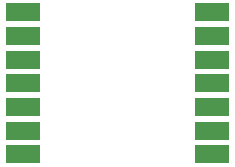
<source format=gbr>
G04 EAGLE Gerber RS-274X export*
G75*
%MOMM*%
%FSLAX34Y34*%
%LPD*%
%INSolderpaste Bottom*%
%IPPOS*%
%AMOC8*
5,1,8,0,0,1.08239X$1,22.5*%
G01*
%ADD10R,3.000000X1.500000*%


D10*
X504032Y403014D03*
X504032Y423014D03*
X504032Y443014D03*
X504032Y463014D03*
X504032Y483014D03*
X504032Y503014D03*
X504032Y523014D03*
X664032Y523014D03*
X664032Y503014D03*
X664032Y483014D03*
X664032Y463014D03*
X664032Y443014D03*
X664032Y423014D03*
X664032Y403014D03*
M02*

</source>
